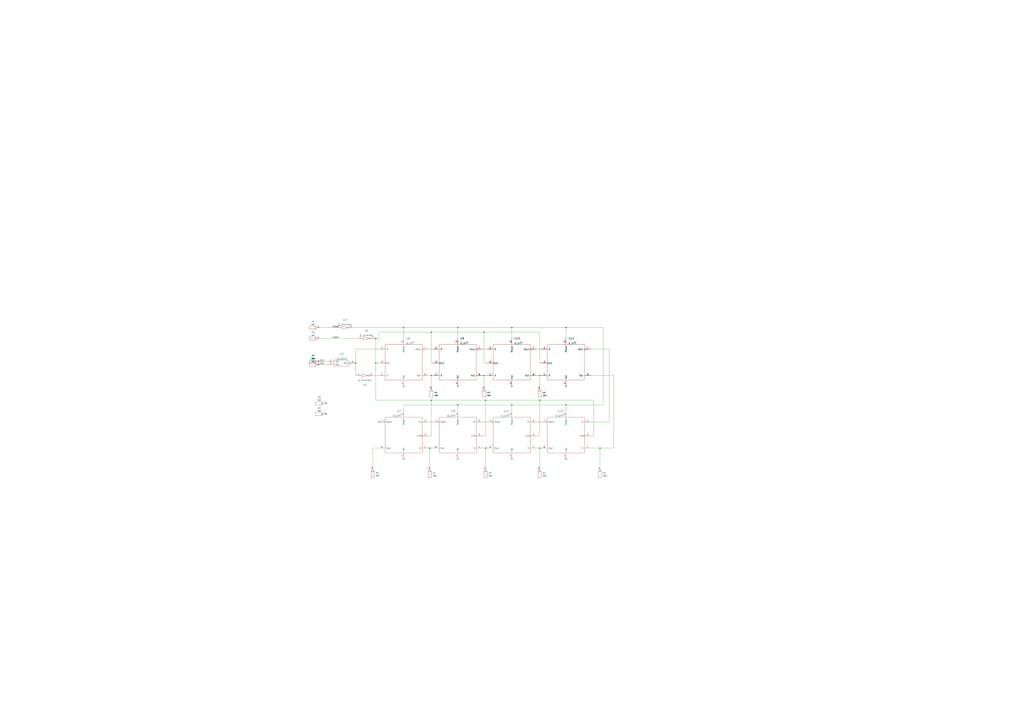
<source format=kicad_sch>
(kicad_sch (version 20211123) (generator eeschema)
  (paper "A1")
  (lib_symbols
    (symbol "eSim_Digital:d_inverter" (pin_names (offset 1.016))
      (property "Reference" "U" (at 0 -2.54 0))
      (property "Value" "d_inverter" (at 0 3.81 0))
      (symbol "d_inverter_0_1"
        (polyline (pts (xy -2.54 1.27) (xy -2.54 -1.27) (xy 2.54 0) (xy -2.54 1.27)))
      )
      (symbol "d_inverter_1_1"
        (pin input line (at -7.62 0 0) (length 5.08) (name "~") (number "1"))
        (pin output inverted (at 7.62 0 180) (length 5.08) (name "~") (number "2"))
      )
    )
    (symbol "eSim_Digital:d_nand" (pin_names (offset 1.016))
      (property "Reference" "U" (at 0 0 0))
      (property "Value" "d_nand" (at 1.27 2.54 0))
      (symbol "d_nand_0_1"
        (polyline (pts (xy 3.81 -1.27) (xy -6.35 -1.27) (xy -6.35 3.81) (xy 3.81 3.81)))
        (arc (start 3.81 -1.27) (mid 5.5897 -0.5171) (end 6.35 1.27))
        (arc (start 6.35 1.27) (mid 5.5971 3.0497) (end 3.81 3.81))
      )
      (symbol "d_nand_1_1"
        (pin input line (at -11.43 2.54 0) (length 5.08) (name "IN1") (number "1"))
        (pin input line (at -11.43 0 0) (length 5.08) (name "IN2") (number "2"))
        (pin output inverted (at 11.43 1.27 180) (length 5.08) (name "OUT") (number "3"))
      )
    )
    (symbol "eSim_Digital:d_srff" (pin_names (offset 1.016))
      (property "Reference" "U" (at 0 0 0))
      (property "Value" "d_srff" (at 1.27 3.81 0))
      (symbol "d_srff_0_1"
        (rectangle (start 15.24 13.97) (end -15.24 -15.24))
      )
      (symbol "d_srff_1_1"
        (pin input line (at -20.32 10.16 0) (length 5.08) (name "S") (number "1"))
        (pin input line (at -20.32 -11.43 0) (length 5.08) (name "R") (number "2"))
        (pin input clock (at -20.32 0 0) (length 5.08) (name "Clk") (number "3"))
        (pin input line (at 0 19.05 270) (length 5.08) (name "Set") (number "4"))
        (pin input line (at 0 -20.32 90) (length 5.08) (name "Reset") (number "5"))
        (pin output line (at 20.32 10.16 180) (length 5.08) (name "Out") (number "6"))
        (pin output inverted (at 20.32 -11.43 180) (length 5.08) (name "Nout") (number "7"))
      )
    )
    (symbol "eSim_Miscellaneous:PORT" (pin_names (offset 1.016))
      (property "Reference" "U" (at 1.27 2.54 0))
      (property "Value" "PORT" (at 0 0 0))
      (symbol "PORT_0_1"
        (rectangle (start -2.54 1.27) (end 2.54 -1.27))
        (arc (start 2.54 1.27) (mid 3.1355 0.5955) (end 3.81 0))
        (arc (start 3.81 0) (mid 3.1447 -0.6046) (end 2.54 -1.27))
      )
      (symbol "PORT_1_1"
        (pin bidirectional line (at 6.35 0 180) (length 2.54) (name "~") (number "1"))
      )
      (symbol "PORT_2_1"
        (pin bidirectional line (at 6.35 0 180) (length 2.54) (name "~") (number "2"))
      )
      (symbol "PORT_3_1"
        (pin bidirectional line (at 6.35 0 180) (length 2.54) (name "~") (number "3"))
      )
      (symbol "PORT_4_1"
        (pin bidirectional line (at 6.35 0 180) (length 2.54) (name "~") (number "4"))
      )
      (symbol "PORT_5_1"
        (pin bidirectional line (at 6.35 0 180) (length 2.54) (name "~") (number "5"))
      )
      (symbol "PORT_6_1"
        (pin bidirectional line (at 6.35 0 180) (length 2.54) (name "~") (number "6"))
      )
      (symbol "PORT_7_1"
        (pin bidirectional line (at 6.35 0 180) (length 2.54) (name "~") (number "7"))
      )
      (symbol "PORT_8_1"
        (pin bidirectional line (at 6.35 0 180) (length 2.54) (name "~") (number "8"))
      )
      (symbol "PORT_9_1"
        (pin bidirectional line (at 6.35 0 180) (length 2.54) (name "~") (number "9"))
      )
      (symbol "PORT_10_1"
        (pin bidirectional line (at 6.35 0 180) (length 2.54) (name "~") (number "10"))
      )
      (symbol "PORT_11_1"
        (pin bidirectional line (at 6.35 0 180) (length 2.54) (name "~") (number "11"))
      )
      (symbol "PORT_12_1"
        (pin bidirectional line (at 6.35 0 180) (length 2.54) (name "~") (number "12"))
      )
      (symbol "PORT_13_1"
        (pin bidirectional line (at 6.35 0 180) (length 2.54) (name "~") (number "13"))
      )
      (symbol "PORT_14_1"
        (pin bidirectional line (at 6.35 0 180) (length 2.54) (name "~") (number "14"))
      )
      (symbol "PORT_15_1"
        (pin bidirectional line (at 6.35 0 180) (length 2.54) (name "~") (number "15"))
      )
      (symbol "PORT_16_1"
        (pin bidirectional line (at 6.35 0 180) (length 2.54) (name "~") (number "16"))
      )
      (symbol "PORT_17_1"
        (pin bidirectional line (at 6.35 0 180) (length 2.54) (name "~") (number "17"))
      )
      (symbol "PORT_18_1"
        (pin bidirectional line (at 6.35 0 180) (length 2.54) (name "~") (number "18"))
      )
      (symbol "PORT_19_1"
        (pin bidirectional line (at 6.35 0 180) (length 2.54) (name "~") (number "19"))
      )
      (symbol "PORT_20_1"
        (pin bidirectional line (at 6.35 0 180) (length 2.54) (name "~") (number "20"))
      )
      (symbol "PORT_21_1"
        (pin bidirectional line (at 6.35 0 180) (length 2.54) (name "~") (number "21"))
      )
      (symbol "PORT_22_1"
        (pin bidirectional line (at 6.35 0 180) (length 2.54) (name "~") (number "22"))
      )
      (symbol "PORT_23_1"
        (pin bidirectional line (at 6.35 0 180) (length 2.54) (name "~") (number "23"))
      )
      (symbol "PORT_24_1"
        (pin bidirectional line (at 6.35 0 180) (length 2.54) (name "~") (number "24"))
      )
      (symbol "PORT_25_1"
        (pin bidirectional line (at 6.35 0 180) (length 2.54) (name "~") (number "25"))
      )
      (symbol "PORT_26_1"
        (pin bidirectional line (at 6.35 0 180) (length 2.54) (name "~") (number "26"))
      )
    )
  )
  (junction (at 420.37 269.24))
  (junction (at 443.23 368.3))
  (junction (at 308.61 278.13))
  (junction (at 492.76 368.3))
  (junction (at 354.33 328.93))
  (junction (at 398.78 328.93))
  (junction (at 375.92 269.24))
  (junction (at 443.23 308.61))
  (junction (at 464.82 332.74))
  (junction (at 354.33 273.05))
  (junction (at 464.82 269.24))
  (junction (at 397.51 308.61))
  (junction (at 398.78 368.3))
  (junction (at 375.92 332.74))
  (junction (at 354.33 308.61))
  (junction (at 420.37 332.74))
  (junction (at 353.06 368.3))
  (junction (at 397.51 273.05))
  (junction (at 331.47 269.24))
  (junction (at 308.61 298.45))
  (junction (at 292.1 298.45))
  (junction (at 443.23 328.93))
  (no_connect (at 311.15 346.71))
  (no_connect (at 464.82 317.5))
  (no_connect (at 375.92 317.5))
  (no_connect (at 420.37 317.5))
  (no_connect (at 375.92 377.19))
  (no_connect (at 267.97 331.47))
  (no_connect (at 331.47 377.19))
  (no_connect (at 331.47 317.5))
  (no_connect (at 464.82 377.19))
  (no_connect (at 420.37 377.19))
  (no_connect (at 267.97 340.36))
  (wire (pts (xy 396.24 308.61) (xy 397.51 308.61)))
  (wire (pts (xy 420.37 269.24) (xy 464.82 269.24)))
  (wire (pts (xy 440.69 308.61) (xy 443.23 308.61)))
  (wire (pts (xy 443.23 308.61) (xy 444.5 308.61)))
  (wire (pts (xy 354.33 308.61) (xy 354.33 317.5)))
  (wire (pts (xy 464.82 332.74) (xy 495.3 332.74)))
  (wire (pts (xy 420.37 337.82) (xy 420.37 332.74)))
  (wire (pts (xy 354.33 273.05) (xy 311.15 273.05)))
  (wire (pts (xy 492.76 368.3) (xy 485.14 368.3)))
  (wire (pts (xy 290.83 269.24) (xy 331.47 269.24)))
  (wire (pts (xy 262.89 297.18) (xy 269.24 297.18)))
  (wire (pts (xy 396.24 358.14) (xy 398.78 358.14)))
  (wire (pts (xy 331.47 337.82) (xy 331.47 332.74)))
  (wire (pts (xy 375.92 332.74) (xy 375.92 337.82)))
  (wire (pts (xy 292.1 287.02) (xy 292.1 298.45)))
  (wire (pts (xy 504.19 368.3) (xy 492.76 368.3)))
  (wire (pts (xy 444.5 346.71) (xy 440.69 346.71)))
  (wire (pts (xy 443.23 273.05) (xy 443.23 298.45)))
  (wire (pts (xy 420.37 269.24) (xy 420.37 278.13)))
  (wire (pts (xy 487.68 358.14) (xy 485.14 358.14)))
  (wire (pts (xy 397.51 273.05) (xy 354.33 273.05)))
  (wire (pts (xy 353.06 368.3) (xy 353.06 383.54)))
  (wire (pts (xy 464.82 332.74) (xy 420.37 332.74)))
  (wire (pts (xy 400.05 346.71) (xy 396.24 346.71)))
  (wire (pts (xy 443.23 328.93) (xy 398.78 328.93)))
  (wire (pts (xy 400.05 298.45) (xy 397.51 298.45)))
  (wire (pts (xy 398.78 358.14) (xy 398.78 328.93)))
  (wire (pts (xy 443.23 358.14) (xy 443.23 328.93)))
  (wire (pts (xy 308.61 298.45) (xy 308.61 278.13)))
  (wire (pts (xy 464.82 337.82) (xy 464.82 332.74)))
  (wire (pts (xy 504.19 308.61) (xy 504.19 368.3)))
  (wire (pts (xy 397.51 308.61) (xy 397.51 317.5)))
  (wire (pts (xy 308.61 278.13) (xy 311.15 278.13)))
  (wire (pts (xy 311.15 273.05) (xy 311.15 278.13)))
  (wire (pts (xy 306.07 368.3) (xy 306.07 383.54)))
  (wire (pts (xy 351.79 308.61) (xy 354.33 308.61)))
  (wire (pts (xy 308.61 328.93) (xy 354.33 328.93)))
  (wire (pts (xy 354.33 308.61) (xy 355.6 308.61)))
  (wire (pts (xy 420.37 332.74) (xy 375.92 332.74)))
  (wire (pts (xy 443.23 273.05) (xy 397.51 273.05)))
  (wire (pts (xy 375.92 269.24) (xy 420.37 269.24)))
  (wire (pts (xy 500.38 287.02) (xy 500.38 346.71)))
  (wire (pts (xy 398.78 368.3) (xy 398.78 383.54)))
  (wire (pts (xy 398.78 328.93) (xy 354.33 328.93)))
  (wire (pts (xy 353.06 368.3) (xy 351.79 368.3)))
  (wire (pts (xy 492.76 368.3) (xy 492.76 383.54)))
  (wire (pts (xy 351.79 358.14) (xy 354.33 358.14)))
  (wire (pts (xy 355.6 346.71) (xy 351.79 346.71)))
  (wire (pts (xy 355.6 368.3) (xy 353.06 368.3)))
  (wire (pts (xy 262.89 299.72) (xy 269.24 299.72)))
  (wire (pts (xy 400.05 368.3) (xy 398.78 368.3)))
  (wire (pts (xy 443.23 368.3) (xy 440.69 368.3)))
  (wire (pts (xy 311.15 287.02) (xy 292.1 287.02)))
  (wire (pts (xy 354.33 273.05) (xy 354.33 298.45)))
  (wire (pts (xy 331.47 332.74) (xy 375.92 332.74)))
  (wire (pts (xy 487.68 328.93) (xy 443.23 328.93)))
  (wire (pts (xy 464.82 269.24) (xy 464.82 278.13)))
  (wire (pts (xy 443.23 368.3) (xy 443.23 383.54)))
  (wire (pts (xy 443.23 308.61) (xy 443.23 317.5)))
  (wire (pts (xy 440.69 287.02) (xy 444.5 287.02)))
  (wire (pts (xy 307.34 308.61) (xy 311.15 308.61)))
  (wire (pts (xy 440.69 358.14) (xy 443.23 358.14)))
  (wire (pts (xy 398.78 368.3) (xy 396.24 368.3)))
  (wire (pts (xy 397.51 273.05) (xy 397.51 298.45)))
  (wire (pts (xy 331.47 269.24) (xy 331.47 278.13)))
  (wire (pts (xy 355.6 298.45) (xy 354.33 298.45)))
  (wire (pts (xy 397.51 308.61) (xy 400.05 308.61)))
  (wire (pts (xy 308.61 298.45) (xy 308.61 328.93)))
  (wire (pts (xy 262.89 269.24) (xy 275.59 269.24)))
  (wire (pts (xy 396.24 287.02) (xy 400.05 287.02)))
  (wire (pts (xy 331.47 269.24) (xy 375.92 269.24)))
  (wire (pts (xy 311.15 298.45) (xy 308.61 298.45)))
  (wire (pts (xy 485.14 287.02) (xy 500.38 287.02)))
  (wire (pts (xy 485.14 308.61) (xy 504.19 308.61)))
  (wire (pts (xy 262.89 278.13) (xy 293.37 278.13)))
  (wire (pts (xy 495.3 269.24) (xy 464.82 269.24)))
  (wire (pts (xy 306.07 368.3) (xy 311.15 368.3)))
  (wire (pts (xy 444.5 368.3) (xy 443.23 368.3)))
  (wire (pts (xy 292.1 298.45) (xy 292.1 308.61)))
  (wire (pts (xy 487.68 358.14) (xy 487.68 328.93)))
  (wire (pts (xy 375.92 269.24) (xy 375.92 278.13)))
  (wire (pts (xy 351.79 287.02) (xy 355.6 287.02)))
  (wire (pts (xy 500.38 346.71) (xy 485.14 346.71)))
  (wire (pts (xy 495.3 332.74) (xy 495.3 269.24)))
  (wire (pts (xy 354.33 328.93) (xy 354.33 358.14)))
  (wire (pts (xy 444.5 298.45) (xy 443.23 298.45)))
  (label "in2" (at 262.89 299.72 0))
  (label "in1" (at 262.89 297.18 0))
  (label "clear" (at 273.05 269.24 0))
  (label "clock" (at 273.05 278.13 0))
  (symbol (lib_id "eSim_Digital:d_srff") (at 420.37 358.14 180) (unit 1)
    (property "Reference" "U11" (at 418.3506 337.82 0) (effects (font (size 1.524 1.524)) (justify left)))
    (property "Value" "d_srff" (at 418.3506 341.63 0) (effects (font (size 1.524 1.524)) (justify left)))
  )
  (symbol (lib_id "eSim_Miscellaneous:PORT") (at 256.54 299.72 0) (unit 2)
    (property "Reference" "U1" (at 257.175 294.64 0) (effects (font (size 0.762 0.762))))
    (property "Value" "PORT" (at 257.175 297.18 0) (effects (font (size 0.762 0.762))))
  )
  (symbol (lib_id "eSim_Miscellaneous:PORT") (at 256.54 297.18 0) (unit 1)
    (property "Reference" "U1" (at 257.175 292.1 0) (effects (font (size 0.762 0.762))))
    (property "Value" "PORT" (at 257.175 294.64 0) (effects (font (size 0.762 0.762))))
  )
  (symbol (lib_id "eSim_Miscellaneous:PORT") (at 398.78 389.89 90) (unit 11)
    (property "Reference" "U1" (at 401.32 388.62 90) (effects (font (size 0.762 0.762)) (justify right)))
    (property "Value" "PORT" (at 401.32 391.16 90) (effects (font (size 0.762 0.762)) (justify right)))
  )
  (symbol (lib_id "eSim_Digital:d_nand") (at 280.67 299.72 0) (unit 1)
    (property "Reference" "U2" (at 280.67 290.83 0) (effects (font (size 1.524 1.524))))
    (property "Value" "d_nand" (at 280.67 294.64 0) (effects (font (size 1.524 1.524))))
  )
  (symbol (lib_id "eSim_Miscellaneous:PORT") (at 256.54 269.24 0) (unit 9)
    (property "Reference" "U1" (at 257.175 264.16 0) (effects (font (size 0.762 0.762))))
    (property "Value" "PORT" (at 257.175 266.7 0) (effects (font (size 0.762 0.762))))
  )
  (symbol (lib_id "eSim_Miscellaneous:PORT") (at 261.62 340.36 0) (unit 14)
    (property "Reference" "U1" (at 262.255 335.28 0) (effects (font (size 0.762 0.762))))
    (property "Value" "PORT" (at 262.255 337.82 0) (effects (font (size 0.762 0.762))))
  )
  (symbol (lib_id "eSim_Digital:d_srff") (at 331.47 358.14 180) (unit 1)
    (property "Reference" "U7" (at 329.4506 337.82 0) (effects (font (size 1.524 1.524)) (justify left)))
    (property "Value" "d_srff" (at 329.4506 341.63 0) (effects (font (size 1.524 1.524)) (justify left)))
  )
  (symbol (lib_id "eSim_Miscellaneous:PORT") (at 443.23 389.89 90) (unit 10)
    (property "Reference" "U1" (at 445.77 388.62 90) (effects (font (size 0.762 0.762)) (justify right)))
    (property "Value" "PORT" (at 445.77 391.16 90) (effects (font (size 0.762 0.762)) (justify right)))
  )
  (symbol (lib_id "eSim_Digital:d_inverter") (at 299.72 308.61 0) (unit 1)
    (property "Reference" "U4" (at 299.72 316.23 0) (effects (font (size 1.524 1.524))))
    (property "Value" "d_inverter" (at 299.72 312.42 0) (effects (font (size 1.524 1.524))))
  )
  (symbol (lib_id "eSim_Digital:d_inverter") (at 300.99 278.13 0) (unit 1)
    (property "Reference" "U5" (at 300.99 271.78 0) (effects (font (size 1.524 1.524))))
    (property "Value" "d_inverter" (at 300.99 275.59 0) (effects (font (size 1.524 1.524))))
  )
  (symbol (lib_id "eSim_Miscellaneous:PORT") (at 354.33 323.85 90) (unit 3)
    (property "Reference" "U1" (at 356.87 322.58 90) (effects (font (size 0.762 0.762)) (justify right)))
    (property "Value" "PORT" (at 356.87 325.12 90) (effects (font (size 0.762 0.762)) (justify right)))
  )
  (symbol (lib_id "eSim_Miscellaneous:PORT") (at 306.07 389.89 90) (unit 13)
    (property "Reference" "U1" (at 308.61 388.62 90) (effects (font (size 0.762 0.762)) (justify right)))
    (property "Value" "PORT" (at 308.61 391.16 90) (effects (font (size 0.762 0.762)) (justify right)))
  )
  (symbol (lib_id "eSim_Digital:d_srff") (at 464.82 358.14 180) (unit 1)
    (property "Reference" "U13" (at 462.8006 337.82 0) (effects (font (size 1.524 1.524)) (justify left)))
    (property "Value" "d_srff" (at 462.8006 341.63 0) (effects (font (size 1.524 1.524)) (justify left)))
  )
  (symbol (lib_id "eSim_Digital:d_srff") (at 420.37 298.45 0) (mirror x) (unit 1)
    (property "Reference" "U10" (at 422.3894 278.13 0) (effects (font (size 1.524 1.524)) (justify left)))
    (property "Value" "d_srff" (at 422.3894 281.94 0) (effects (font (size 1.524 1.524)) (justify left)))
  )
  (symbol (lib_id "eSim_Miscellaneous:PORT") (at 261.62 331.47 0) (unit 7)
    (property "Reference" "U1" (at 262.255 326.39 0) (effects (font (size 0.762 0.762))))
    (property "Value" "PORT" (at 262.255 328.93 0) (effects (font (size 0.762 0.762))))
  )
  (symbol (lib_id "eSim_Miscellaneous:PORT") (at 353.06 389.89 90) (unit 12)
    (property "Reference" "U1" (at 355.6 388.62 90) (effects (font (size 0.762 0.762)) (justify right)))
    (property "Value" "PORT" (at 355.6 391.16 90) (effects (font (size 0.762 0.762)) (justify right)))
  )
  (symbol (lib_id "eSim_Miscellaneous:PORT") (at 397.51 323.85 90) (unit 4)
    (property "Reference" "U1" (at 400.05 322.58 90) (effects (font (size 0.762 0.762)) (justify right)))
    (property "Value" "PORT" (at 400.05 325.12 90) (effects (font (size 0.762 0.762)) (justify right)))
  )
  (symbol (lib_id "eSim_Digital:d_srff") (at 375.92 298.45 0) (mirror x) (unit 1)
    (property "Reference" "U8" (at 377.9394 278.13 0) (effects (font (size 1.524 1.524)) (justify left)))
    (property "Value" "d_srff" (at 377.9394 281.94 0) (effects (font (size 1.524 1.524)) (justify left)))
  )
  (symbol (lib_id "eSim_Miscellaneous:PORT") (at 256.54 278.13 0) (unit 8)
    (property "Reference" "U1" (at 257.175 273.05 0) (effects (font (size 0.762 0.762))))
    (property "Value" "PORT" (at 257.175 275.59 0) (effects (font (size 0.762 0.762))))
  )
  (symbol (lib_id "eSim_Digital:d_srff") (at 331.47 298.45 0) (mirror x) (unit 1)
    (property "Reference" "U6" (at 333.4894 278.13 0) (effects (font (size 1.524 1.524)) (justify left)))
    (property "Value" "d_srff" (at 333.4894 281.94 0) (effects (font (size 1.524 1.524)) (justify left)))
  )
  (symbol (lib_id "eSim_Miscellaneous:PORT") (at 492.76 389.89 90) (unit 6)
    (property "Reference" "U1" (at 495.3 388.62 90) (effects (font (size 0.762 0.762)) (justify right)))
    (property "Value" "PORT" (at 495.3 391.16 90) (effects (font (size 0.762 0.762)) (justify right)))
  )
  (symbol (lib_id "eSim_Digital:d_inverter") (at 283.21 269.24 0) (unit 1)
    (property "Reference" "U3" (at 283.21 262.89 0) (effects (font (size 1.524 1.524))))
    (property "Value" "d_inverter" (at 283.21 266.7 0) (effects (font (size 1.524 1.524))))
  )
  (symbol (lib_id "eSim_Digital:d_srff") (at 464.82 298.45 0) (mirror x) (unit 1)
    (property "Reference" "U12" (at 466.8394 278.13 0) (effects (font (size 1.524 1.524)) (justify left)))
    (property "Value" "d_srff" (at 466.8394 281.94 0) (effects (font (size 1.524 1.524)) (justify left)))
  )
  (symbol (lib_id "eSim_Miscellaneous:PORT") (at 443.23 323.85 90) (unit 5)
    (property "Reference" "U1" (at 445.77 322.58 90) (effects (font (size 0.762 0.762)) (justify right)))
    (property "Value" "PORT" (at 445.77 325.12 90) (effects (font (size 0.762 0.762)) (justify right)))
  )
  (symbol (lib_id "eSim_Digital:d_srff") (at 375.92 358.14 180) (unit 1)
    (property "Reference" "U9" (at 373.9006 337.82 0) (effects (font (size 1.524 1.524)) (justify left)))
    (property "Value" "d_srff" (at 373.9006 341.63 0) (effects (font (size 1.524 1.524)) (justify left)))
  )
)
</source>
